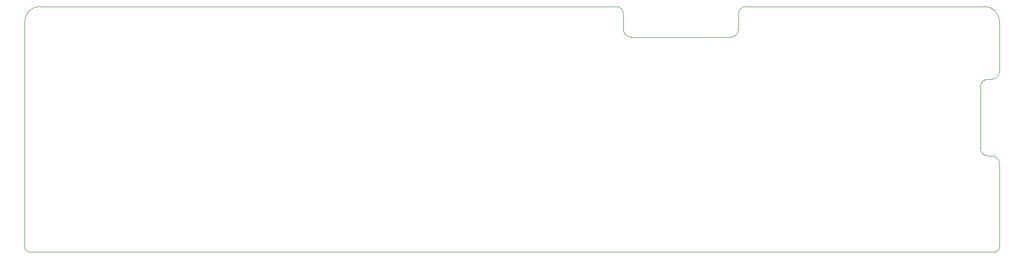
<source format=gm1>
G04 #@! TF.GenerationSoftware,KiCad,Pcbnew,no-vcs-found-3ad3869~61~ubuntu16.04.1*
G04 #@! TF.CreationDate,2018-02-07T22:49:40+05:30*
G04 #@! TF.ProjectId,k3jr_controller,6B336A725F636F6E74726F6C6C65722E,rev 1*
G04 #@! TF.SameCoordinates,Original*
G04 #@! TF.FileFunction,Profile,NP*
%FSLAX46Y46*%
G04 Gerber Fmt 4.6, Leading zero omitted, Abs format (unit mm)*
G04 Created by KiCad (PCBNEW no-vcs-found-3ad3869~61~ubuntu16.04.1) date Wed Feb  7 22:49:40 2018*
%MOMM*%
%LPD*%
G01*
G04 APERTURE LIST*
%ADD10C,0.076200*%
G04 APERTURE END LIST*
D10*
X212090000Y-53340000D02*
X212090000Y-61595000D01*
X210820000Y-75565000D02*
X210185000Y-75565000D01*
X208915000Y-74295000D02*
X208915000Y-64135000D01*
X210820000Y-62865000D02*
X210185000Y-62865000D01*
X208915000Y-64135000D02*
G75*
G02X210185000Y-62865000I1270000J0D01*
G01*
X210185000Y-75565000D02*
G75*
G02X208915000Y-74295000I0J1270000D01*
G01*
X210820000Y-75565000D02*
G75*
G02X212090000Y-76835000I0J-1270000D01*
G01*
X212090000Y-61595000D02*
G75*
G02X210820000Y-62865000I-1270000J0D01*
G01*
X209550000Y-50800000D02*
X209550000Y-50800000D01*
X170180000Y-50800000D02*
X209550000Y-50800000D01*
X149860000Y-52070000D02*
X149860000Y-54610000D01*
X151130000Y-55880000D02*
X167640000Y-55880000D01*
X168910000Y-52070000D02*
X168910000Y-54610000D01*
X168910000Y-52070000D02*
G75*
G02X170180000Y-50800000I1270000J0D01*
G01*
X168910000Y-54610000D02*
G75*
G02X167640000Y-55880000I-1270000J0D01*
G01*
X151130000Y-55880000D02*
G75*
G02X149860000Y-54610000I0J1270000D01*
G01*
X148590000Y-50800000D02*
G75*
G02X149860000Y-52070000I0J-1270000D01*
G01*
X168910000Y-91440000D02*
X168910000Y-91440000D01*
X212090000Y-90805000D02*
G75*
G02X211455000Y-91440000I-635000J0D01*
G01*
X51435000Y-91440000D02*
X211455000Y-91440000D01*
X51435000Y-91440000D02*
G75*
G02X50800000Y-90805000I0J635000D01*
G01*
X209550000Y-50800000D02*
G75*
G02X212090000Y-53340000I0J-2540000D01*
G01*
X50800000Y-53340000D02*
G75*
G02X53340000Y-50800000I2540000J0D01*
G01*
X212090000Y-76835000D02*
X212090000Y-90805000D01*
X53340000Y-50800000D02*
X148590000Y-50800000D01*
X50800000Y-90805000D02*
X50800000Y-53340000D01*
M02*

</source>
